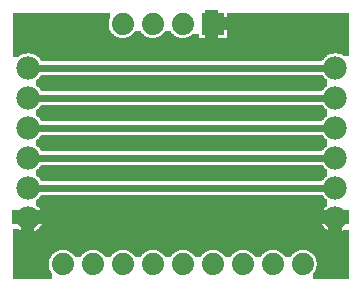
<source format=gbl>
G04 MADE WITH FRITZING*
G04 WWW.FRITZING.ORG*
G04 DOUBLE SIDED*
G04 HOLES PLATED*
G04 CONTOUR ON CENTER OF CONTOUR VECTOR*
%ASAXBY*%
%FSLAX23Y23*%
%MOIN*%
%OFA0B0*%
%SFA1.0B1.0*%
%ADD10C,0.075000*%
%ADD11C,0.074000*%
%ADD12C,0.078000*%
%ADD13R,0.074000X0.074000*%
%ADD14C,0.024000*%
%LNCOPPER0*%
G90*
G70*
G54D10*
X216Y262D03*
G54D11*
X704Y888D03*
X604Y888D03*
X504Y888D03*
X404Y888D03*
X204Y88D03*
X304Y88D03*
X404Y88D03*
X504Y88D03*
X604Y88D03*
X704Y88D03*
X804Y88D03*
X904Y88D03*
X1004Y88D03*
G54D12*
X1113Y743D03*
X1113Y643D03*
X1113Y543D03*
X1113Y443D03*
X1113Y343D03*
X1113Y243D03*
X89Y743D03*
X89Y643D03*
X89Y543D03*
X89Y443D03*
X89Y343D03*
X89Y243D03*
G54D13*
X704Y888D03*
G54D14*
X1083Y743D02*
X120Y743D01*
D02*
X1083Y643D02*
X120Y643D01*
D02*
X1083Y543D02*
X120Y543D01*
D02*
X1083Y443D02*
X120Y443D01*
D02*
X1083Y343D02*
X120Y343D01*
G36*
X40Y926D02*
X40Y842D01*
X392Y842D01*
X392Y844D01*
X386Y844D01*
X386Y846D01*
X382Y846D01*
X382Y848D01*
X378Y848D01*
X378Y850D01*
X376Y850D01*
X376Y852D01*
X374Y852D01*
X374Y854D01*
X372Y854D01*
X372Y856D01*
X370Y856D01*
X370Y858D01*
X368Y858D01*
X368Y860D01*
X366Y860D01*
X366Y862D01*
X364Y862D01*
X364Y866D01*
X362Y866D01*
X362Y870D01*
X360Y870D01*
X360Y876D01*
X358Y876D01*
X358Y900D01*
X360Y900D01*
X360Y906D01*
X362Y906D01*
X362Y926D01*
X40Y926D01*
G37*
D02*
G36*
X752Y926D02*
X752Y842D01*
X1160Y842D01*
X1160Y926D01*
X752Y926D01*
G37*
D02*
G36*
X444Y864D02*
X444Y862D01*
X442Y862D01*
X442Y860D01*
X440Y860D01*
X440Y856D01*
X438Y856D01*
X438Y854D01*
X436Y854D01*
X436Y852D01*
X432Y852D01*
X432Y850D01*
X430Y850D01*
X430Y848D01*
X426Y848D01*
X426Y846D01*
X424Y846D01*
X424Y844D01*
X416Y844D01*
X416Y842D01*
X492Y842D01*
X492Y844D01*
X486Y844D01*
X486Y846D01*
X482Y846D01*
X482Y848D01*
X478Y848D01*
X478Y850D01*
X476Y850D01*
X476Y852D01*
X474Y852D01*
X474Y854D01*
X472Y854D01*
X472Y856D01*
X470Y856D01*
X470Y858D01*
X468Y858D01*
X468Y860D01*
X466Y860D01*
X466Y862D01*
X464Y862D01*
X464Y864D01*
X444Y864D01*
G37*
D02*
G36*
X544Y864D02*
X544Y862D01*
X542Y862D01*
X542Y860D01*
X540Y860D01*
X540Y856D01*
X538Y856D01*
X538Y854D01*
X536Y854D01*
X536Y852D01*
X532Y852D01*
X532Y850D01*
X530Y850D01*
X530Y848D01*
X526Y848D01*
X526Y846D01*
X524Y846D01*
X524Y844D01*
X516Y844D01*
X516Y842D01*
X592Y842D01*
X592Y844D01*
X586Y844D01*
X586Y846D01*
X582Y846D01*
X582Y848D01*
X578Y848D01*
X578Y850D01*
X576Y850D01*
X576Y852D01*
X574Y852D01*
X574Y854D01*
X572Y854D01*
X572Y856D01*
X570Y856D01*
X570Y858D01*
X568Y858D01*
X568Y860D01*
X566Y860D01*
X566Y862D01*
X564Y862D01*
X564Y864D01*
X544Y864D01*
G37*
D02*
G36*
X638Y856D02*
X638Y854D01*
X636Y854D01*
X636Y852D01*
X632Y852D01*
X632Y850D01*
X630Y850D01*
X630Y848D01*
X626Y848D01*
X626Y846D01*
X624Y846D01*
X624Y844D01*
X616Y844D01*
X616Y842D01*
X658Y842D01*
X658Y856D01*
X638Y856D01*
G37*
D02*
G36*
X40Y842D02*
X40Y840D01*
X1160Y840D01*
X1160Y842D01*
X40Y842D01*
G37*
D02*
G36*
X40Y842D02*
X40Y840D01*
X1160Y840D01*
X1160Y842D01*
X40Y842D01*
G37*
D02*
G36*
X40Y842D02*
X40Y840D01*
X1160Y840D01*
X1160Y842D01*
X40Y842D01*
G37*
D02*
G36*
X40Y842D02*
X40Y840D01*
X1160Y840D01*
X1160Y842D01*
X40Y842D01*
G37*
D02*
G36*
X40Y842D02*
X40Y840D01*
X1160Y840D01*
X1160Y842D01*
X40Y842D01*
G37*
D02*
G36*
X40Y840D02*
X40Y792D01*
X1118Y792D01*
X1118Y790D01*
X1128Y790D01*
X1128Y788D01*
X1134Y788D01*
X1134Y786D01*
X1136Y786D01*
X1136Y784D01*
X1140Y784D01*
X1140Y782D01*
X1160Y782D01*
X1160Y840D01*
X40Y840D01*
G37*
D02*
G36*
X40Y792D02*
X40Y780D01*
X60Y780D01*
X60Y782D01*
X62Y782D01*
X62Y784D01*
X66Y784D01*
X66Y786D01*
X70Y786D01*
X70Y788D01*
X76Y788D01*
X76Y790D01*
X84Y790D01*
X84Y792D01*
X40Y792D01*
G37*
D02*
G36*
X94Y792D02*
X94Y790D01*
X104Y790D01*
X104Y788D01*
X110Y788D01*
X110Y786D01*
X114Y786D01*
X114Y784D01*
X116Y784D01*
X116Y782D01*
X120Y782D01*
X120Y780D01*
X122Y780D01*
X122Y778D01*
X124Y778D01*
X124Y776D01*
X126Y776D01*
X126Y774D01*
X128Y774D01*
X128Y770D01*
X130Y770D01*
X130Y768D01*
X132Y768D01*
X132Y764D01*
X1070Y764D01*
X1070Y768D01*
X1072Y768D01*
X1072Y770D01*
X1074Y770D01*
X1074Y772D01*
X1076Y772D01*
X1076Y776D01*
X1078Y776D01*
X1078Y778D01*
X1080Y778D01*
X1080Y780D01*
X1084Y780D01*
X1084Y782D01*
X1086Y782D01*
X1086Y784D01*
X1090Y784D01*
X1090Y786D01*
X1092Y786D01*
X1092Y788D01*
X1098Y788D01*
X1098Y790D01*
X1108Y790D01*
X1108Y792D01*
X94Y792D01*
G37*
D02*
G36*
X132Y720D02*
X132Y716D01*
X130Y716D01*
X130Y714D01*
X128Y714D01*
X128Y712D01*
X126Y712D01*
X126Y708D01*
X124Y708D01*
X124Y706D01*
X120Y706D01*
X120Y704D01*
X118Y704D01*
X118Y702D01*
X116Y702D01*
X116Y682D01*
X120Y682D01*
X120Y680D01*
X122Y680D01*
X122Y678D01*
X124Y678D01*
X124Y676D01*
X126Y676D01*
X126Y674D01*
X128Y674D01*
X128Y670D01*
X130Y670D01*
X130Y668D01*
X132Y668D01*
X132Y664D01*
X1070Y664D01*
X1070Y668D01*
X1072Y668D01*
X1072Y670D01*
X1074Y670D01*
X1074Y672D01*
X1076Y672D01*
X1076Y676D01*
X1078Y676D01*
X1078Y678D01*
X1080Y678D01*
X1080Y680D01*
X1084Y680D01*
X1084Y682D01*
X1086Y682D01*
X1086Y702D01*
X1084Y702D01*
X1084Y704D01*
X1082Y704D01*
X1082Y706D01*
X1080Y706D01*
X1080Y708D01*
X1078Y708D01*
X1078Y710D01*
X1076Y710D01*
X1076Y712D01*
X1074Y712D01*
X1074Y714D01*
X1072Y714D01*
X1072Y718D01*
X1070Y718D01*
X1070Y720D01*
X132Y720D01*
G37*
D02*
G36*
X132Y620D02*
X132Y616D01*
X130Y616D01*
X130Y614D01*
X128Y614D01*
X128Y612D01*
X126Y612D01*
X126Y608D01*
X124Y608D01*
X124Y606D01*
X120Y606D01*
X120Y604D01*
X118Y604D01*
X118Y602D01*
X116Y602D01*
X116Y582D01*
X120Y582D01*
X120Y580D01*
X122Y580D01*
X122Y578D01*
X124Y578D01*
X124Y576D01*
X126Y576D01*
X126Y574D01*
X128Y574D01*
X128Y570D01*
X130Y570D01*
X130Y568D01*
X132Y568D01*
X132Y564D01*
X1070Y564D01*
X1070Y568D01*
X1072Y568D01*
X1072Y570D01*
X1074Y570D01*
X1074Y572D01*
X1076Y572D01*
X1076Y576D01*
X1078Y576D01*
X1078Y578D01*
X1080Y578D01*
X1080Y580D01*
X1084Y580D01*
X1084Y582D01*
X1086Y582D01*
X1086Y602D01*
X1084Y602D01*
X1084Y604D01*
X1082Y604D01*
X1082Y606D01*
X1080Y606D01*
X1080Y608D01*
X1078Y608D01*
X1078Y610D01*
X1076Y610D01*
X1076Y612D01*
X1074Y612D01*
X1074Y614D01*
X1072Y614D01*
X1072Y618D01*
X1070Y618D01*
X1070Y620D01*
X132Y620D01*
G37*
D02*
G36*
X132Y520D02*
X132Y516D01*
X130Y516D01*
X130Y514D01*
X128Y514D01*
X128Y512D01*
X126Y512D01*
X126Y508D01*
X124Y508D01*
X124Y506D01*
X120Y506D01*
X120Y504D01*
X118Y504D01*
X118Y502D01*
X116Y502D01*
X116Y482D01*
X120Y482D01*
X120Y480D01*
X122Y480D01*
X122Y478D01*
X124Y478D01*
X124Y476D01*
X126Y476D01*
X126Y474D01*
X128Y474D01*
X128Y470D01*
X130Y470D01*
X130Y468D01*
X132Y468D01*
X132Y464D01*
X1070Y464D01*
X1070Y468D01*
X1072Y468D01*
X1072Y470D01*
X1074Y470D01*
X1074Y472D01*
X1076Y472D01*
X1076Y476D01*
X1078Y476D01*
X1078Y478D01*
X1080Y478D01*
X1080Y480D01*
X1084Y480D01*
X1084Y482D01*
X1086Y482D01*
X1086Y502D01*
X1084Y502D01*
X1084Y504D01*
X1082Y504D01*
X1082Y506D01*
X1080Y506D01*
X1080Y508D01*
X1078Y508D01*
X1078Y510D01*
X1076Y510D01*
X1076Y512D01*
X1074Y512D01*
X1074Y514D01*
X1072Y514D01*
X1072Y518D01*
X1070Y518D01*
X1070Y520D01*
X132Y520D01*
G37*
D02*
G36*
X132Y420D02*
X132Y416D01*
X130Y416D01*
X130Y414D01*
X128Y414D01*
X128Y412D01*
X126Y412D01*
X126Y408D01*
X124Y408D01*
X124Y406D01*
X120Y406D01*
X120Y404D01*
X118Y404D01*
X118Y402D01*
X116Y402D01*
X116Y382D01*
X120Y382D01*
X120Y380D01*
X122Y380D01*
X122Y378D01*
X124Y378D01*
X124Y376D01*
X126Y376D01*
X126Y374D01*
X128Y374D01*
X128Y370D01*
X130Y370D01*
X130Y368D01*
X132Y368D01*
X132Y364D01*
X1070Y364D01*
X1070Y368D01*
X1072Y368D01*
X1072Y370D01*
X1074Y370D01*
X1074Y372D01*
X1076Y372D01*
X1076Y376D01*
X1078Y376D01*
X1078Y378D01*
X1080Y378D01*
X1080Y380D01*
X1084Y380D01*
X1084Y382D01*
X1086Y382D01*
X1086Y402D01*
X1084Y402D01*
X1084Y404D01*
X1082Y404D01*
X1082Y406D01*
X1080Y406D01*
X1080Y408D01*
X1078Y408D01*
X1078Y410D01*
X1076Y410D01*
X1076Y412D01*
X1074Y412D01*
X1074Y414D01*
X1072Y414D01*
X1072Y418D01*
X1070Y418D01*
X1070Y420D01*
X132Y420D01*
G37*
D02*
G36*
X132Y320D02*
X132Y316D01*
X130Y316D01*
X130Y314D01*
X128Y314D01*
X128Y312D01*
X126Y312D01*
X126Y308D01*
X124Y308D01*
X124Y306D01*
X120Y306D01*
X120Y304D01*
X118Y304D01*
X118Y302D01*
X116Y302D01*
X116Y282D01*
X120Y282D01*
X120Y280D01*
X122Y280D01*
X122Y278D01*
X124Y278D01*
X124Y276D01*
X126Y276D01*
X126Y274D01*
X128Y274D01*
X128Y270D01*
X130Y270D01*
X130Y268D01*
X132Y268D01*
X132Y264D01*
X134Y264D01*
X134Y260D01*
X136Y260D01*
X136Y254D01*
X138Y254D01*
X138Y232D01*
X136Y232D01*
X136Y224D01*
X134Y224D01*
X134Y220D01*
X132Y220D01*
X132Y216D01*
X130Y216D01*
X130Y214D01*
X128Y214D01*
X128Y212D01*
X126Y212D01*
X126Y208D01*
X124Y208D01*
X124Y206D01*
X120Y206D01*
X120Y204D01*
X118Y204D01*
X118Y202D01*
X116Y202D01*
X116Y200D01*
X112Y200D01*
X112Y198D01*
X108Y198D01*
X108Y196D01*
X102Y196D01*
X102Y194D01*
X1102Y194D01*
X1102Y196D01*
X1094Y196D01*
X1094Y198D01*
X1090Y198D01*
X1090Y200D01*
X1088Y200D01*
X1088Y202D01*
X1084Y202D01*
X1084Y204D01*
X1082Y204D01*
X1082Y206D01*
X1080Y206D01*
X1080Y208D01*
X1078Y208D01*
X1078Y210D01*
X1076Y210D01*
X1076Y212D01*
X1074Y212D01*
X1074Y214D01*
X1072Y214D01*
X1072Y218D01*
X1070Y218D01*
X1070Y222D01*
X1068Y222D01*
X1068Y226D01*
X1066Y226D01*
X1066Y234D01*
X1064Y234D01*
X1064Y252D01*
X1066Y252D01*
X1066Y258D01*
X1068Y258D01*
X1068Y264D01*
X1070Y264D01*
X1070Y268D01*
X1072Y268D01*
X1072Y270D01*
X1074Y270D01*
X1074Y272D01*
X1076Y272D01*
X1076Y276D01*
X1078Y276D01*
X1078Y278D01*
X1080Y278D01*
X1080Y280D01*
X1084Y280D01*
X1084Y282D01*
X1086Y282D01*
X1086Y302D01*
X1084Y302D01*
X1084Y304D01*
X1082Y304D01*
X1082Y306D01*
X1080Y306D01*
X1080Y308D01*
X1078Y308D01*
X1078Y310D01*
X1076Y310D01*
X1076Y312D01*
X1074Y312D01*
X1074Y314D01*
X1072Y314D01*
X1072Y318D01*
X1070Y318D01*
X1070Y320D01*
X132Y320D01*
G37*
D02*
G36*
X40Y204D02*
X40Y194D01*
X78Y194D01*
X78Y196D01*
X72Y196D01*
X72Y198D01*
X68Y198D01*
X68Y200D01*
X64Y200D01*
X64Y202D01*
X60Y202D01*
X60Y204D01*
X40Y204D01*
G37*
D02*
G36*
X1138Y202D02*
X1138Y200D01*
X1136Y200D01*
X1136Y198D01*
X1132Y198D01*
X1132Y196D01*
X1124Y196D01*
X1124Y194D01*
X1160Y194D01*
X1160Y202D01*
X1138Y202D01*
G37*
D02*
G36*
X40Y194D02*
X40Y192D01*
X1160Y192D01*
X1160Y194D01*
X40Y194D01*
G37*
D02*
G36*
X40Y194D02*
X40Y192D01*
X1160Y192D01*
X1160Y194D01*
X40Y194D01*
G37*
D02*
G36*
X40Y194D02*
X40Y192D01*
X1160Y192D01*
X1160Y194D01*
X40Y194D01*
G37*
D02*
G36*
X40Y192D02*
X40Y136D01*
X1006Y136D01*
X1006Y134D01*
X1018Y134D01*
X1018Y132D01*
X1024Y132D01*
X1024Y130D01*
X1026Y130D01*
X1026Y128D01*
X1030Y128D01*
X1030Y126D01*
X1034Y126D01*
X1034Y124D01*
X1036Y124D01*
X1036Y122D01*
X1038Y122D01*
X1038Y120D01*
X1040Y120D01*
X1040Y118D01*
X1042Y118D01*
X1042Y114D01*
X1044Y114D01*
X1044Y112D01*
X1046Y112D01*
X1046Y108D01*
X1048Y108D01*
X1048Y102D01*
X1050Y102D01*
X1050Y94D01*
X1052Y94D01*
X1052Y82D01*
X1050Y82D01*
X1050Y74D01*
X1048Y74D01*
X1048Y68D01*
X1046Y68D01*
X1046Y64D01*
X1044Y64D01*
X1044Y62D01*
X1042Y62D01*
X1042Y60D01*
X1040Y60D01*
X1040Y40D01*
X1160Y40D01*
X1160Y192D01*
X40Y192D01*
G37*
D02*
G36*
X40Y136D02*
X40Y40D01*
X168Y40D01*
X168Y60D01*
X166Y60D01*
X166Y62D01*
X164Y62D01*
X164Y66D01*
X162Y66D01*
X162Y70D01*
X160Y70D01*
X160Y76D01*
X158Y76D01*
X158Y100D01*
X160Y100D01*
X160Y106D01*
X162Y106D01*
X162Y110D01*
X164Y110D01*
X164Y114D01*
X166Y114D01*
X166Y116D01*
X168Y116D01*
X168Y118D01*
X170Y118D01*
X170Y122D01*
X174Y122D01*
X174Y124D01*
X176Y124D01*
X176Y126D01*
X178Y126D01*
X178Y128D01*
X182Y128D01*
X182Y130D01*
X186Y130D01*
X186Y132D01*
X192Y132D01*
X192Y134D01*
X204Y134D01*
X204Y136D01*
X40Y136D01*
G37*
D02*
G36*
X206Y136D02*
X206Y134D01*
X218Y134D01*
X218Y132D01*
X224Y132D01*
X224Y130D01*
X226Y130D01*
X226Y128D01*
X230Y128D01*
X230Y126D01*
X234Y126D01*
X234Y124D01*
X236Y124D01*
X236Y122D01*
X238Y122D01*
X238Y120D01*
X240Y120D01*
X240Y118D01*
X242Y118D01*
X242Y114D01*
X244Y114D01*
X244Y112D01*
X264Y112D01*
X264Y114D01*
X266Y114D01*
X266Y116D01*
X268Y116D01*
X268Y118D01*
X270Y118D01*
X270Y122D01*
X274Y122D01*
X274Y124D01*
X276Y124D01*
X276Y126D01*
X278Y126D01*
X278Y128D01*
X282Y128D01*
X282Y130D01*
X286Y130D01*
X286Y132D01*
X292Y132D01*
X292Y134D01*
X304Y134D01*
X304Y136D01*
X206Y136D01*
G37*
D02*
G36*
X306Y136D02*
X306Y134D01*
X318Y134D01*
X318Y132D01*
X324Y132D01*
X324Y130D01*
X326Y130D01*
X326Y128D01*
X330Y128D01*
X330Y126D01*
X334Y126D01*
X334Y124D01*
X336Y124D01*
X336Y122D01*
X338Y122D01*
X338Y120D01*
X340Y120D01*
X340Y118D01*
X342Y118D01*
X342Y114D01*
X344Y114D01*
X344Y112D01*
X364Y112D01*
X364Y114D01*
X366Y114D01*
X366Y116D01*
X368Y116D01*
X368Y118D01*
X370Y118D01*
X370Y122D01*
X374Y122D01*
X374Y124D01*
X376Y124D01*
X376Y126D01*
X378Y126D01*
X378Y128D01*
X382Y128D01*
X382Y130D01*
X386Y130D01*
X386Y132D01*
X392Y132D01*
X392Y134D01*
X404Y134D01*
X404Y136D01*
X306Y136D01*
G37*
D02*
G36*
X406Y136D02*
X406Y134D01*
X418Y134D01*
X418Y132D01*
X424Y132D01*
X424Y130D01*
X426Y130D01*
X426Y128D01*
X430Y128D01*
X430Y126D01*
X434Y126D01*
X434Y124D01*
X436Y124D01*
X436Y122D01*
X438Y122D01*
X438Y120D01*
X440Y120D01*
X440Y118D01*
X442Y118D01*
X442Y114D01*
X444Y114D01*
X444Y112D01*
X464Y112D01*
X464Y114D01*
X466Y114D01*
X466Y116D01*
X468Y116D01*
X468Y118D01*
X470Y118D01*
X470Y122D01*
X474Y122D01*
X474Y124D01*
X476Y124D01*
X476Y126D01*
X478Y126D01*
X478Y128D01*
X482Y128D01*
X482Y130D01*
X486Y130D01*
X486Y132D01*
X492Y132D01*
X492Y134D01*
X504Y134D01*
X504Y136D01*
X406Y136D01*
G37*
D02*
G36*
X506Y136D02*
X506Y134D01*
X518Y134D01*
X518Y132D01*
X524Y132D01*
X524Y130D01*
X526Y130D01*
X526Y128D01*
X530Y128D01*
X530Y126D01*
X534Y126D01*
X534Y124D01*
X536Y124D01*
X536Y122D01*
X538Y122D01*
X538Y120D01*
X540Y120D01*
X540Y118D01*
X542Y118D01*
X542Y114D01*
X544Y114D01*
X544Y112D01*
X564Y112D01*
X564Y114D01*
X566Y114D01*
X566Y116D01*
X568Y116D01*
X568Y118D01*
X570Y118D01*
X570Y122D01*
X574Y122D01*
X574Y124D01*
X576Y124D01*
X576Y126D01*
X578Y126D01*
X578Y128D01*
X582Y128D01*
X582Y130D01*
X586Y130D01*
X586Y132D01*
X592Y132D01*
X592Y134D01*
X604Y134D01*
X604Y136D01*
X506Y136D01*
G37*
D02*
G36*
X606Y136D02*
X606Y134D01*
X618Y134D01*
X618Y132D01*
X624Y132D01*
X624Y130D01*
X626Y130D01*
X626Y128D01*
X630Y128D01*
X630Y126D01*
X634Y126D01*
X634Y124D01*
X636Y124D01*
X636Y122D01*
X638Y122D01*
X638Y120D01*
X640Y120D01*
X640Y118D01*
X642Y118D01*
X642Y114D01*
X644Y114D01*
X644Y112D01*
X664Y112D01*
X664Y114D01*
X666Y114D01*
X666Y116D01*
X668Y116D01*
X668Y118D01*
X670Y118D01*
X670Y122D01*
X674Y122D01*
X674Y124D01*
X676Y124D01*
X676Y126D01*
X678Y126D01*
X678Y128D01*
X682Y128D01*
X682Y130D01*
X686Y130D01*
X686Y132D01*
X692Y132D01*
X692Y134D01*
X704Y134D01*
X704Y136D01*
X606Y136D01*
G37*
D02*
G36*
X706Y136D02*
X706Y134D01*
X718Y134D01*
X718Y132D01*
X724Y132D01*
X724Y130D01*
X726Y130D01*
X726Y128D01*
X730Y128D01*
X730Y126D01*
X734Y126D01*
X734Y124D01*
X736Y124D01*
X736Y122D01*
X738Y122D01*
X738Y120D01*
X740Y120D01*
X740Y118D01*
X742Y118D01*
X742Y114D01*
X744Y114D01*
X744Y112D01*
X764Y112D01*
X764Y114D01*
X766Y114D01*
X766Y116D01*
X768Y116D01*
X768Y118D01*
X770Y118D01*
X770Y122D01*
X774Y122D01*
X774Y124D01*
X776Y124D01*
X776Y126D01*
X778Y126D01*
X778Y128D01*
X782Y128D01*
X782Y130D01*
X786Y130D01*
X786Y132D01*
X792Y132D01*
X792Y134D01*
X804Y134D01*
X804Y136D01*
X706Y136D01*
G37*
D02*
G36*
X806Y136D02*
X806Y134D01*
X818Y134D01*
X818Y132D01*
X824Y132D01*
X824Y130D01*
X826Y130D01*
X826Y128D01*
X830Y128D01*
X830Y126D01*
X834Y126D01*
X834Y124D01*
X836Y124D01*
X836Y122D01*
X838Y122D01*
X838Y120D01*
X840Y120D01*
X840Y118D01*
X842Y118D01*
X842Y114D01*
X844Y114D01*
X844Y112D01*
X864Y112D01*
X864Y114D01*
X866Y114D01*
X866Y116D01*
X868Y116D01*
X868Y118D01*
X870Y118D01*
X870Y122D01*
X874Y122D01*
X874Y124D01*
X876Y124D01*
X876Y126D01*
X878Y126D01*
X878Y128D01*
X882Y128D01*
X882Y130D01*
X886Y130D01*
X886Y132D01*
X892Y132D01*
X892Y134D01*
X904Y134D01*
X904Y136D01*
X806Y136D01*
G37*
D02*
G36*
X906Y136D02*
X906Y134D01*
X918Y134D01*
X918Y132D01*
X924Y132D01*
X924Y130D01*
X926Y130D01*
X926Y128D01*
X930Y128D01*
X930Y126D01*
X934Y126D01*
X934Y124D01*
X936Y124D01*
X936Y122D01*
X938Y122D01*
X938Y120D01*
X940Y120D01*
X940Y118D01*
X942Y118D01*
X942Y114D01*
X944Y114D01*
X944Y112D01*
X964Y112D01*
X964Y114D01*
X966Y114D01*
X966Y116D01*
X968Y116D01*
X968Y118D01*
X970Y118D01*
X970Y122D01*
X974Y122D01*
X974Y124D01*
X976Y124D01*
X976Y126D01*
X978Y126D01*
X978Y128D01*
X982Y128D01*
X982Y130D01*
X986Y130D01*
X986Y132D01*
X992Y132D01*
X992Y134D01*
X1004Y134D01*
X1004Y136D01*
X906Y136D01*
G37*
D02*
G36*
X1089Y226D02*
X1134Y226D01*
X1134Y194D01*
X1089Y194D01*
X1089Y226D01*
G37*
D02*
G36*
X1060Y267D02*
X1092Y267D01*
X1092Y222D01*
X1060Y222D01*
X1060Y267D01*
G37*
D02*
G36*
X1130Y267D02*
X1160Y267D01*
X1160Y222D01*
X1130Y222D01*
X1130Y267D01*
G37*
D02*
G36*
X65Y226D02*
X110Y226D01*
X110Y194D01*
X65Y194D01*
X65Y226D01*
G37*
D02*
G36*
X36Y267D02*
X68Y267D01*
X68Y222D01*
X36Y222D01*
X36Y267D01*
G37*
D02*
G36*
X106Y267D02*
X138Y267D01*
X138Y222D01*
X106Y222D01*
X106Y267D01*
G37*
D02*
G36*
X680Y934D02*
X723Y934D01*
X723Y910D01*
X680Y910D01*
X680Y934D01*
G37*
D02*
G36*
X680Y872D02*
X723Y872D01*
X723Y842D01*
X680Y842D01*
X680Y872D01*
G37*
D02*
G36*
X720Y912D02*
X752Y912D01*
X752Y869D01*
X720Y869D01*
X720Y912D01*
G37*
D02*
G04 End of Copper0*
M02*
</source>
